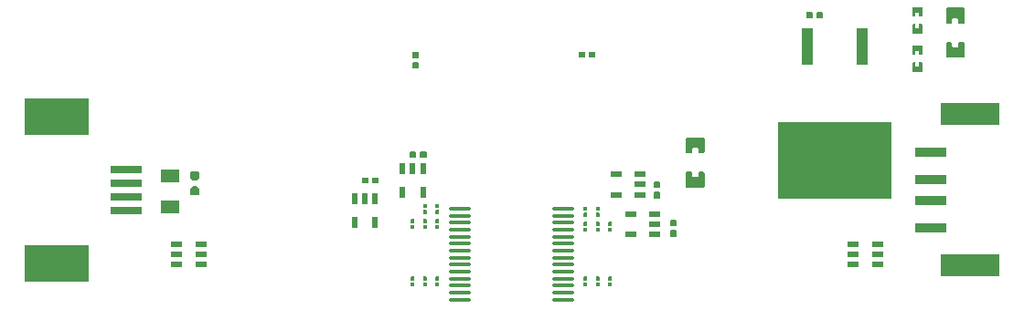
<source format=gtp>
G04 Layer: TopPasteMaskLayer*
G04 EasyEDA Pro v2.2.36.7, 2025-03-08 17:24:09*
G04 Gerber Generator version 0.3*
G04 Scale: 100 percent, Rotated: No, Reflected: No*
G04 Dimensions in millimeters*
G04 Leading zeros omitted, absolute positions, 4 integers and 5 decimals*
%FSLAX45Y45*%
%MOMM*%
%ADD10R,1.07201X0.532*%
%ADD11O,2.01549X0.36401*%
%ADD12R,1.13401X3.35854*%
%ADD13R,10.5664X7.18053*%
%ADD14R,5.49999X2.05001*%
%ADD15R,2.99999X0.9*%
%ADD16R,1.72799X1.19009*%
%ADD17R,1.0X0.6*%
%ADD18R,0.6001X1.0*%
%ADD19R,0.6X1.0*%
%ADD20R,2.99999X0.7*%
%ADD21R,6.05X3.39999*%
G75*


G04 PolygonModel Start*
G36*
G01X4242900Y-2036600D02*
G01X4215300Y-2036600D01*
G01X4212900Y-2034200D01*
G01X4212900Y-2001256D01*
G01X4215300Y-1998856D01*
G01X4242900Y-1998856D01*
G01X4245300Y-2001256D01*
G01X4245300Y-2034200D01*
G01X4242900Y-2036600D01*
G37*
G36*
G01X4242900Y-2052800D02*
G01X4215300Y-2052800D01*
G01X4212900Y-2055200D01*
G01X4212900Y-2088144D01*
G01X4215300Y-2090544D01*
G01X4242900Y-2090544D01*
G01X4245300Y-2088144D01*
G01X4245300Y-2055200D01*
G01X4242900Y-2052800D01*
G37*
G36*
G01X4101000Y-2192500D02*
G01X4128600Y-2192500D01*
G01X4131000Y-2194900D01*
G01X4131000Y-2227844D01*
G01X4128600Y-2230244D01*
G01X4101000Y-2230244D01*
G01X4098600Y-2227844D01*
G01X4098600Y-2194900D01*
G01X4101000Y-2192500D01*
G37*
G36*
G01X4101000Y-2176300D02*
G01X4128600Y-2176300D01*
G01X4131000Y-2173900D01*
G01X4131000Y-2140956D01*
G01X4128600Y-2138556D01*
G01X4101000Y-2138556D01*
G01X4098600Y-2140956D01*
G01X4098600Y-2173900D01*
G01X4101000Y-2176300D01*
G37*
G36*
G01X4215300Y-2192500D02*
G01X4242900Y-2192500D01*
G01X4245300Y-2194900D01*
G01X4245300Y-2227844D01*
G01X4242900Y-2230244D01*
G01X4215300Y-2230244D01*
G01X4212900Y-2227844D01*
G01X4212900Y-2194900D01*
G01X4215300Y-2192500D01*
G37*
G36*
G01X4215300Y-2176300D02*
G01X4242900Y-2176300D01*
G01X4245300Y-2173900D01*
G01X4245300Y-2140956D01*
G01X4242900Y-2138556D01*
G01X4215300Y-2138556D01*
G01X4212900Y-2140956D01*
G01X4212900Y-2173900D01*
G01X4215300Y-2176300D01*
G37*
G36*
G01X4242900Y-2709700D02*
G01X4215300Y-2709700D01*
G01X4212900Y-2707300D01*
G01X4212900Y-2674356D01*
G01X4215300Y-2671956D01*
G01X4242900Y-2671956D01*
G01X4245300Y-2674356D01*
G01X4245300Y-2707300D01*
G01X4242900Y-2709700D01*
G37*
G36*
G01X4242900Y-2725900D02*
G01X4215300Y-2725900D01*
G01X4212900Y-2728300D01*
G01X4212900Y-2761244D01*
G01X4215300Y-2763644D01*
G01X4242900Y-2763644D01*
G01X4245300Y-2761244D01*
G01X4245300Y-2728300D01*
G01X4242900Y-2725900D01*
G37*
G36*
G01X4128600Y-2709700D02*
G01X4101000Y-2709700D01*
G01X4098600Y-2707300D01*
G01X4098600Y-2674356D01*
G01X4101000Y-2671956D01*
G01X4128600Y-2671956D01*
G01X4131000Y-2674356D01*
G01X4131000Y-2707300D01*
G01X4128600Y-2709700D01*
G37*
G36*
G01X4128600Y-2725900D02*
G01X4101000Y-2725900D01*
G01X4098600Y-2728300D01*
G01X4098600Y-2761244D01*
G01X4101000Y-2763644D01*
G01X4128600Y-2763644D01*
G01X4131000Y-2761244D01*
G01X4131000Y-2728300D01*
G01X4128600Y-2725900D01*
G37*
G36*
G01X4014300Y-2176300D02*
G01X3986700Y-2176300D01*
G01X3984300Y-2173900D01*
G01X3984300Y-2140956D01*
G01X3986700Y-2138556D01*
G01X4014300Y-2138556D01*
G01X4016700Y-2140956D01*
G01X4016700Y-2173900D01*
G01X4014300Y-2176300D01*
G37*
G36*
G01X4014300Y-2192500D02*
G01X3986700Y-2192500D01*
G01X3984300Y-2194900D01*
G01X3984300Y-2227844D01*
G01X3986700Y-2230244D01*
G01X4014300Y-2230244D01*
G01X4016700Y-2227844D01*
G01X4016700Y-2194900D01*
G01X4014300Y-2192500D01*
G37*
G36*
G01X3986700Y-2725900D02*
G01X4014300Y-2725900D01*
G01X4016700Y-2728300D01*
G01X4016700Y-2761244D01*
G01X4014300Y-2763644D01*
G01X3986700Y-2763644D01*
G01X3984300Y-2761244D01*
G01X3984300Y-2728300D01*
G01X3986700Y-2725900D01*
G37*
G36*
G01X3986700Y-2709700D02*
G01X4014300Y-2709700D01*
G01X4016700Y-2707300D01*
G01X4016700Y-2674356D01*
G01X4014300Y-2671956D01*
G01X3986700Y-2671956D01*
G01X3984300Y-2674356D01*
G01X3984300Y-2707300D01*
G01X3986700Y-2709700D01*
G37*
G36*
G01X4069304Y-1559202D02*
G01X4069304Y-1514201D01*
G01X4076301Y-1509202D01*
G01X4124302Y-1509202D01*
G01X4129303Y-1514201D01*
G01X4129303Y-1559202D01*
G01X4124302Y-1564201D01*
G01X4076301Y-1564201D01*
G01X4069304Y-1559202D01*
G37*
G36*
G01X3973302Y-1559202D02*
G01X3973302Y-1514201D01*
G01X3978303Y-1509202D01*
G01X4026301Y-1509202D01*
G01X4033302Y-1514201D01*
G01X4033302Y-1559202D01*
G01X4026301Y-1564201D01*
G01X3978303Y-1564201D01*
G01X3973302Y-1559202D01*
G37*
G36*
G01X3624804Y-1800502D02*
G01X3624804Y-1755501D01*
G01X3631801Y-1750502D01*
G01X3679802Y-1750502D01*
G01X3684803Y-1755501D01*
G01X3684803Y-1800502D01*
G01X3679802Y-1805501D01*
G01X3631801Y-1805501D01*
G01X3624804Y-1800502D01*
G37*
G36*
G01X3528802Y-1800502D02*
G01X3528802Y-1755501D01*
G01X3533803Y-1750502D01*
G01X3581801Y-1750502D01*
G01X3588802Y-1755501D01*
G01X3588802Y-1800502D01*
G01X3581801Y-1805501D01*
G01X3533803Y-1805501D01*
G01X3528802Y-1800502D01*
G37*
G36*
G01X4101000Y-2052800D02*
G01X4128600Y-2052800D01*
G01X4131000Y-2055200D01*
G01X4131000Y-2088144D01*
G01X4128600Y-2090544D01*
G01X4101000Y-2090544D01*
G01X4098600Y-2088144D01*
G01X4098600Y-2055200D01*
G01X4101000Y-2052800D01*
G37*
G36*
G01X4101000Y-2036600D02*
G01X4128600Y-2036600D01*
G01X4131000Y-2034200D01*
G01X4131000Y-2001256D01*
G01X4128600Y-1998856D01*
G01X4101000Y-1998856D01*
G01X4098600Y-2001256D01*
G01X4098600Y-2034200D01*
G01X4101000Y-2036600D01*
G37*
G36*
G01X5701200Y-2078200D02*
G01X5728800Y-2078200D01*
G01X5731200Y-2080600D01*
G01X5731200Y-2113544D01*
G01X5728800Y-2115944D01*
G01X5701200Y-2115944D01*
G01X5698800Y-2113544D01*
G01X5698800Y-2080600D01*
G01X5701200Y-2078200D01*
G37*
G36*
G01X5701200Y-2062000D02*
G01X5728800Y-2062000D01*
G01X5731200Y-2059600D01*
G01X5731200Y-2026656D01*
G01X5728800Y-2024256D01*
G01X5701200Y-2024256D01*
G01X5698800Y-2026656D01*
G01X5698800Y-2059600D01*
G01X5701200Y-2062000D01*
G37*
G36*
G01X6390998Y-2240504D02*
G01X6435999Y-2240504D01*
G01X6440998Y-2247501D01*
G01X6440998Y-2295502D01*
G01X6435999Y-2300503D01*
G01X6390998Y-2300503D01*
G01X6385999Y-2295502D01*
G01X6385999Y-2247501D01*
G01X6390998Y-2240504D01*
G37*
G36*
G01X6390998Y-2144502D02*
G01X6435999Y-2144502D01*
G01X6440998Y-2149503D01*
G01X6440998Y-2197501D01*
G01X6435999Y-2204502D01*
G01X6390998Y-2204502D01*
G01X6385999Y-2197501D01*
G01X6385999Y-2149503D01*
G01X6390998Y-2144502D01*
G37*
G36*
G01X6238598Y-1884904D02*
G01X6283599Y-1884904D01*
G01X6288598Y-1891901D01*
G01X6288598Y-1939902D01*
G01X6283599Y-1944903D01*
G01X6238598Y-1944903D01*
G01X6233599Y-1939902D01*
G01X6233599Y-1891901D01*
G01X6238598Y-1884904D01*
G37*
G36*
G01X6238598Y-1788902D02*
G01X6283599Y-1788902D01*
G01X6288598Y-1793903D01*
G01X6288598Y-1841901D01*
G01X6283599Y-1848902D01*
G01X6238598Y-1848902D01*
G01X6233599Y-1841901D01*
G01X6233599Y-1793903D01*
G01X6238598Y-1788902D01*
G37*
G36*
G01X5815500Y-2725900D02*
G01X5843100Y-2725900D01*
G01X5845500Y-2728300D01*
G01X5845500Y-2761244D01*
G01X5843100Y-2763644D01*
G01X5815500Y-2763644D01*
G01X5813100Y-2761244D01*
G01X5813100Y-2728300D01*
G01X5815500Y-2725900D01*
G37*
G36*
G01X5815500Y-2709700D02*
G01X5843100Y-2709700D01*
G01X5845500Y-2707300D01*
G01X5845500Y-2674356D01*
G01X5843100Y-2671956D01*
G01X5815500Y-2671956D01*
G01X5813100Y-2674356D01*
G01X5813100Y-2707300D01*
G01X5815500Y-2709700D01*
G37*
G36*
G01X5843100Y-2201700D02*
G01X5815500Y-2201700D01*
G01X5813100Y-2199300D01*
G01X5813100Y-2166356D01*
G01X5815500Y-2163956D01*
G01X5843100Y-2163956D01*
G01X5845500Y-2166356D01*
G01X5845500Y-2199300D01*
G01X5843100Y-2201700D01*
G37*
G36*
G01X5843100Y-2217900D02*
G01X5815500Y-2217900D01*
G01X5813100Y-2220300D01*
G01X5813100Y-2253244D01*
G01X5815500Y-2255644D01*
G01X5843100Y-2255644D01*
G01X5845500Y-2253244D01*
G01X5845500Y-2220300D01*
G01X5843100Y-2217900D01*
G37*
G36*
G01X5728800Y-2709700D02*
G01X5701200Y-2709700D01*
G01X5698800Y-2707300D01*
G01X5698800Y-2674356D01*
G01X5701200Y-2671956D01*
G01X5728800Y-2671956D01*
G01X5731200Y-2674356D01*
G01X5731200Y-2707300D01*
G01X5728800Y-2709700D01*
G37*
G36*
G01X5728800Y-2725900D02*
G01X5701200Y-2725900D01*
G01X5698800Y-2728300D01*
G01X5698800Y-2761244D01*
G01X5701200Y-2763644D01*
G01X5728800Y-2763644D01*
G01X5731200Y-2761244D01*
G01X5731200Y-2728300D01*
G01X5728800Y-2725900D01*
G37*
G36*
G01X5614500Y-2709700D02*
G01X5586900Y-2709700D01*
G01X5584500Y-2707300D01*
G01X5584500Y-2674356D01*
G01X5586900Y-2671956D01*
G01X5614500Y-2671956D01*
G01X5616900Y-2674356D01*
G01X5616900Y-2707300D01*
G01X5614500Y-2709700D01*
G37*
G36*
G01X5614500Y-2725900D02*
G01X5586900Y-2725900D01*
G01X5584500Y-2728300D01*
G01X5584500Y-2761244D01*
G01X5586900Y-2763644D01*
G01X5614500Y-2763644D01*
G01X5616900Y-2761244D01*
G01X5616900Y-2728300D01*
G01X5614500Y-2725900D01*
G37*
G36*
G01X5586900Y-2217900D02*
G01X5614500Y-2217900D01*
G01X5616900Y-2220300D01*
G01X5616900Y-2253244D01*
G01X5614500Y-2255644D01*
G01X5586900Y-2255644D01*
G01X5584500Y-2253244D01*
G01X5584500Y-2220300D01*
G01X5586900Y-2217900D01*
G37*
G36*
G01X5586900Y-2201700D02*
G01X5614500Y-2201700D01*
G01X5616900Y-2199300D01*
G01X5616900Y-2166356D01*
G01X5614500Y-2163956D01*
G01X5586900Y-2163956D01*
G01X5584500Y-2166356D01*
G01X5584500Y-2199300D01*
G01X5586900Y-2201700D01*
G37*
G36*
G01X5701200Y-2217900D02*
G01X5728800Y-2217900D01*
G01X5731200Y-2220300D01*
G01X5731200Y-2253244D01*
G01X5728800Y-2255644D01*
G01X5701200Y-2255644D01*
G01X5698800Y-2253244D01*
G01X5698800Y-2220300D01*
G01X5701200Y-2217900D01*
G37*
G36*
G01X5701200Y-2201700D02*
G01X5728800Y-2201700D01*
G01X5731200Y-2199300D01*
G01X5731200Y-2166356D01*
G01X5728800Y-2163956D01*
G01X5701200Y-2163956D01*
G01X5698800Y-2166356D01*
G01X5698800Y-2199300D01*
G01X5701200Y-2201700D01*
G37*
G36*
G01X5614500Y-2062000D02*
G01X5586900Y-2062000D01*
G01X5584500Y-2059600D01*
G01X5584500Y-2026656D01*
G01X5586900Y-2024256D01*
G01X5614500Y-2024256D01*
G01X5616900Y-2026656D01*
G01X5616900Y-2059600D01*
G01X5614500Y-2062000D01*
G37*
G36*
G01X5614500Y-2078200D02*
G01X5586900Y-2078200D01*
G01X5584500Y-2080600D01*
G01X5584500Y-2113544D01*
G01X5586900Y-2115944D01*
G01X5614500Y-2115944D01*
G01X5616900Y-2113544D01*
G01X5616900Y-2080600D01*
G01X5614500Y-2078200D01*
G37*
G36*
G01X7703596Y-218798D02*
G01X7703596Y-263799D01*
G01X7696599Y-268798D01*
G01X7648598Y-268798D01*
G01X7643597Y-263799D01*
G01X7643597Y-218798D01*
G01X7648598Y-213799D01*
G01X7696599Y-213799D01*
G01X7703596Y-218798D01*
G37*
G36*
G01X7799598Y-218798D02*
G01X7799598Y-263799D01*
G01X7794597Y-268798D01*
G01X7746599Y-268798D01*
G01X7739598Y-263799D01*
G01X7739598Y-218798D01*
G01X7746599Y-213799D01*
G01X7794597Y-213799D01*
G01X7799598Y-218798D01*
G37*
G36*
G01X1995498Y-1778239D02*
G01X1967847Y-1778239D01*
G01X1938472Y-1750819D01*
G01X1938472Y-1700492D01*
G01X1944873Y-1694091D01*
G01X2018472Y-1694091D01*
G01X2024873Y-1700492D01*
G01X2024873Y-1750819D01*
G01X1995498Y-1778239D01*
G37*
G36*
G01X1996623Y-1829803D02*
G01X1968972Y-1829803D01*
G01X1939597Y-1857223D01*
G01X1939597Y-1907550D01*
G01X1945998Y-1913951D01*
G01X2019597Y-1913951D01*
G01X2025998Y-1907550D01*
G01X2025998Y-1857223D01*
G01X1996623Y-1829803D01*
G37*
G36*
G01X8719099Y-767202D02*
G01X8719099Y-687202D01*
G01X8714097Y-682201D01*
G01X8691301Y-682201D01*
G01X8691301Y-719201D01*
G01X8658301Y-719201D01*
G01X8658301Y-682201D01*
G01X8634098Y-682201D01*
G01X8629099Y-687202D01*
G01X8629099Y-767202D01*
G01X8634098Y-772201D01*
G01X8714097Y-772201D01*
G01X8719099Y-767202D01*
G37*
G36*
G01X8629101Y-528198D02*
G01X8629101Y-608198D01*
G01X8634103Y-613199D01*
G01X8656899Y-613199D01*
G01X8656899Y-576199D01*
G01X8689899Y-576199D01*
G01X8689899Y-613199D01*
G01X8714102Y-613199D01*
G01X8719101Y-608198D01*
G01X8719101Y-528198D01*
G01X8714102Y-523199D01*
G01X8634103Y-523199D01*
G01X8629101Y-528198D01*
G37*
G36*
G01X8629101Y-172598D02*
G01X8629101Y-252598D01*
G01X8634103Y-257599D01*
G01X8656899Y-257599D01*
G01X8656899Y-220599D01*
G01X8689899Y-220599D01*
G01X8689899Y-257599D01*
G01X8714102Y-257599D01*
G01X8719101Y-252598D01*
G01X8719101Y-172598D01*
G01X8714102Y-167599D01*
G01X8634103Y-167599D01*
G01X8629101Y-172598D01*
G37*
G36*
G01X8719099Y-411602D02*
G01X8719099Y-331602D01*
G01X8714097Y-326601D01*
G01X8691301Y-326601D01*
G01X8691301Y-363601D01*
G01X8658301Y-363601D01*
G01X8658301Y-326601D01*
G01X8634098Y-326601D01*
G01X8629099Y-331602D01*
G01X8629099Y-411602D01*
G01X8634098Y-416601D01*
G01X8714097Y-416601D01*
G01X8719099Y-411602D01*
G37*
G36*
G01X4003398Y-678404D02*
G01X4048399Y-678404D01*
G01X4053398Y-685401D01*
G01X4053398Y-733402D01*
G01X4048399Y-738403D01*
G01X4003398Y-738403D01*
G01X3998399Y-733402D01*
G01X3998399Y-685401D01*
G01X4003398Y-678404D01*
G37*
G36*
G01X4003398Y-582402D02*
G01X4048399Y-582402D01*
G01X4053398Y-587403D01*
G01X4053398Y-635401D01*
G01X4048399Y-642402D01*
G01X4003398Y-642402D01*
G01X3998399Y-635401D01*
G01X3998399Y-587403D01*
G01X4003398Y-582402D01*
G37*
G36*
G01X5631404Y-632102D02*
G01X5631404Y-587101D01*
G01X5638401Y-582102D01*
G01X5686402Y-582102D01*
G01X5691403Y-587101D01*
G01X5691403Y-632102D01*
G01X5686402Y-637101D01*
G01X5638401Y-637101D01*
G01X5631404Y-632102D01*
G37*
G36*
G01X5535402Y-632102D02*
G01X5535402Y-587101D01*
G01X5540403Y-582102D01*
G01X5588401Y-582102D01*
G01X5595402Y-587101D01*
G01X5595402Y-632102D01*
G01X5588401Y-637101D01*
G01X5540403Y-637101D01*
G01X5535402Y-632102D01*
G37*
G36*
G01X6693101Y-1527899D02*
G01X6656075Y-1527899D01*
G01X6646075Y-1517899D01*
G01X6646075Y-1487409D01*
G01X6636075Y-1477409D01*
G01X6597325Y-1477409D01*
G01X6587325Y-1487409D01*
G01X6587325Y-1517899D01*
G01X6577325Y-1527899D01*
G01X6540299Y-1527899D01*
G01X6530299Y-1517899D01*
G01X6530299Y-1389400D01*
G01X6540299Y-1379400D01*
G01X6693101Y-1379400D01*
G01X6703101Y-1389400D01*
G01X6703101Y-1517899D01*
G01X6693101Y-1527899D01*
G37*
G36*
G01X6693101Y-1697901D02*
G01X6656075Y-1697901D01*
G01X6646075Y-1707901D01*
G01X6646075Y-1738391D01*
G01X6636075Y-1748391D01*
G01X6597325Y-1748391D01*
G01X6587325Y-1738391D01*
G01X6587325Y-1707901D01*
G01X6577325Y-1697901D01*
G01X6540299Y-1697901D01*
G01X6530299Y-1707901D01*
G01X6530299Y-1836400D01*
G01X6540299Y-1846400D01*
G01X6693101Y-1846400D01*
G01X6703101Y-1836400D01*
G01X6703101Y-1707901D01*
G01X6693101Y-1697901D01*
G37*
G36*
G01X9101775Y-320624D02*
G01X9064749Y-320624D01*
G01X9054749Y-310624D01*
G01X9054749Y-280134D01*
G01X9044750Y-270134D01*
G01X9005999Y-270134D01*
G01X8995999Y-280134D01*
G01X8995999Y-310624D01*
G01X8985999Y-320624D01*
G01X8948974Y-320624D01*
G01X8938974Y-310624D01*
G01X8938974Y-182126D01*
G01X8948974Y-172126D01*
G01X9101775Y-172126D01*
G01X9111775Y-182126D01*
G01X9111775Y-310624D01*
G01X9101775Y-320624D01*
G37*
G36*
G01X9101775Y-490626D02*
G01X9064749Y-490626D01*
G01X9054749Y-500626D01*
G01X9054749Y-531117D01*
G01X9044750Y-541117D01*
G01X9005999Y-541117D01*
G01X8995999Y-531117D01*
G01X8995999Y-500626D01*
G01X8985999Y-490626D01*
G01X8948974Y-490626D01*
G01X8938974Y-500626D01*
G01X8938974Y-629125D01*
G01X8948974Y-639125D01*
G01X9101775Y-639125D01*
G01X9111775Y-629125D01*
G01X9111775Y-500626D01*
G01X9101775Y-490626D01*
G37*

G04 Pad Start*
G54D10*
G01X1815490Y-2368804D03*
G01X1815490Y-2463800D03*
G01X1815490Y-2558796D03*
G01X2045310Y-2558796D03*
G01X2045310Y-2463800D03*
G01X2045310Y-2368804D03*
G01X8076590Y-2368804D03*
G01X8076590Y-2463800D03*
G01X8076590Y-2558796D03*
G01X8306410Y-2558796D03*
G01X8306410Y-2463800D03*
G01X8306410Y-2368804D03*
G54D11*
G01X5394914Y-2886319D03*
G01X5394914Y-2821320D03*
G01X5394914Y-2756322D03*
G01X5394914Y-2691323D03*
G01X5394914Y-2626324D03*
G01X5394914Y-2561326D03*
G01X5394914Y-2496327D03*
G01X5394914Y-2431329D03*
G01X5394914Y-2366305D03*
G01X5394914Y-2301306D03*
G01X5394914Y-2236307D03*
G01X5394914Y-2171309D03*
G01X5394914Y-2106310D03*
G01X5394914Y-2041312D03*
G01X4434896Y-2886319D03*
G01X4434896Y-2821320D03*
G01X4434896Y-2756322D03*
G01X4434896Y-2691323D03*
G01X4434896Y-2626324D03*
G01X4434896Y-2561326D03*
G01X4434896Y-2496327D03*
G01X4434896Y-2431329D03*
G01X4434896Y-2366305D03*
G01X4434896Y-2301306D03*
G01X4434896Y-2236307D03*
G01X4434896Y-2171309D03*
G01X4434896Y-2106310D03*
G01X4434896Y-2041312D03*
G54D12*
G01X8166100Y-538218D03*
G01X7658100Y-538218D03*
G54D13*
G01X7912100Y-1595366D03*
G54D14*
G01X9161399Y-1164412D03*
G01X9161399Y-2569388D03*
G54D15*
G01X8796401Y-1516888D03*
G01X8796401Y-1766900D03*
G01X8796401Y-1966900D03*
G01X8796401Y-2216912D03*
G54D16*
G01X1752600Y-2024101D03*
G01X1752600Y-1735099D03*
G54D17*
G01X6104407Y-1816100D03*
G01X6104407Y-1721104D03*
G01X6104407Y-1911096D03*
G01X5884393Y-1721104D03*
G01X5884393Y-1911096D03*
G54D19*
G01X4000500Y-1667993D03*
G01X3905504Y-1667993D03*
G01X4095496Y-1667993D03*
G01X3905504Y-1888007D03*
G01X4095496Y-1888007D03*
G01X3556000Y-1947393D03*
G01X3461004Y-1947393D03*
G01X3650996Y-1947393D03*
G01X3461004Y-2167407D03*
G01X3650996Y-2167407D03*
G54D17*
G01X6244107Y-2184400D03*
G01X6244107Y-2089404D03*
G01X6244107Y-2279396D03*
G01X6024093Y-2089404D03*
G01X6024093Y-2279396D03*
G54D20*
G01X1349705Y-2054403D03*
G01X1349705Y-1804416D03*
G01X1349705Y-1679397D03*
G01X1349705Y-1929409D03*
G54D21*
G01X707695Y-1186891D03*
G01X707695Y-2546909D03*
G04 Pad End*

M02*


</source>
